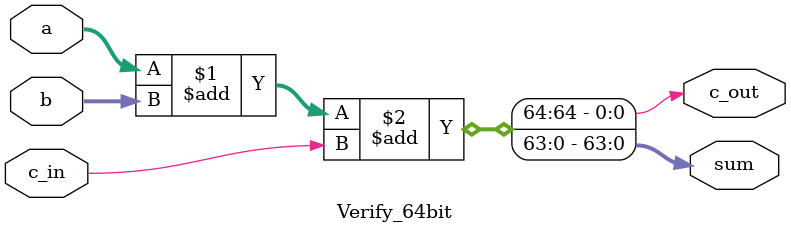
<source format=v>
`timescale 1ns / 1ps


module Verify_64bit(
    input [63:0] a,
    input [63:0] b,
    input c_in,
    output [63:0] sum,
    output c_out
    );
    
    assign {c_out,sum} = a + b + c_in;
    
endmodule

</source>
